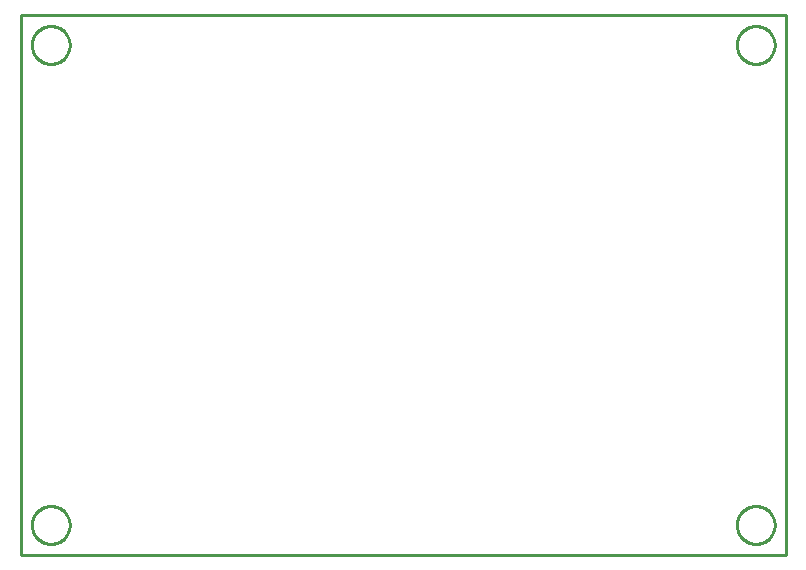
<source format=gbr>
G04 EAGLE Gerber RS-274X export*
G75*
%MOMM*%
%FSLAX34Y34*%
%LPD*%
%IN*%
%IPPOS*%
%AMOC8*
5,1,8,0,0,1.08239X$1,22.5*%
G01*
%ADD10C,0.254000*%


D10*
X0Y-12700D02*
X647702Y-12700D01*
X647702Y444400D01*
X0Y444400D01*
X0Y-12700D01*
X41400Y418576D02*
X41332Y417531D01*
X41195Y416492D01*
X40990Y415465D01*
X40719Y414453D01*
X40383Y413461D01*
X39982Y412493D01*
X39518Y411554D01*
X38995Y410646D01*
X38413Y409775D01*
X37775Y408944D01*
X37084Y408157D01*
X36343Y407416D01*
X35556Y406725D01*
X34725Y406088D01*
X33854Y405506D01*
X32946Y404982D01*
X32007Y404518D01*
X31039Y404117D01*
X30047Y403781D01*
X29035Y403510D01*
X28008Y403305D01*
X26969Y403169D01*
X25924Y403100D01*
X24876Y403100D01*
X23831Y403169D01*
X22792Y403305D01*
X21765Y403510D01*
X20753Y403781D01*
X19761Y404117D01*
X18793Y404518D01*
X17854Y404982D01*
X16946Y405506D01*
X16075Y406088D01*
X15244Y406725D01*
X14457Y407416D01*
X13716Y408157D01*
X13025Y408944D01*
X12388Y409775D01*
X11806Y410646D01*
X11282Y411554D01*
X10818Y412493D01*
X10417Y413461D01*
X10081Y414453D01*
X9810Y415465D01*
X9605Y416492D01*
X9469Y417531D01*
X9400Y418576D01*
X9400Y419624D01*
X9469Y420669D01*
X9605Y421708D01*
X9810Y422735D01*
X10081Y423747D01*
X10417Y424739D01*
X10818Y425707D01*
X11282Y426646D01*
X11806Y427554D01*
X12388Y428425D01*
X13025Y429256D01*
X13716Y430043D01*
X14457Y430784D01*
X15244Y431475D01*
X16075Y432113D01*
X16946Y432695D01*
X17854Y433218D01*
X18793Y433682D01*
X19761Y434083D01*
X20753Y434419D01*
X21765Y434690D01*
X22792Y434895D01*
X23831Y435032D01*
X24876Y435100D01*
X25924Y435100D01*
X26969Y435032D01*
X28008Y434895D01*
X29035Y434690D01*
X30047Y434419D01*
X31039Y434083D01*
X32007Y433682D01*
X32946Y433218D01*
X33854Y432695D01*
X34725Y432113D01*
X35556Y431475D01*
X36343Y430784D01*
X37084Y430043D01*
X37775Y429256D01*
X38413Y428425D01*
X38995Y427554D01*
X39518Y426646D01*
X39982Y425707D01*
X40383Y424739D01*
X40719Y423747D01*
X40990Y422735D01*
X41195Y421708D01*
X41332Y420669D01*
X41400Y419624D01*
X41400Y418576D01*
X638300Y12176D02*
X638232Y11131D01*
X638095Y10092D01*
X637890Y9065D01*
X637619Y8053D01*
X637283Y7061D01*
X636882Y6093D01*
X636418Y5154D01*
X635895Y4246D01*
X635313Y3375D01*
X634675Y2544D01*
X633984Y1757D01*
X633243Y1016D01*
X632456Y325D01*
X631625Y-313D01*
X630754Y-895D01*
X629846Y-1418D01*
X628907Y-1882D01*
X627939Y-2283D01*
X626947Y-2619D01*
X625935Y-2890D01*
X624908Y-3095D01*
X623869Y-3232D01*
X622824Y-3300D01*
X621776Y-3300D01*
X620731Y-3232D01*
X619692Y-3095D01*
X618665Y-2890D01*
X617653Y-2619D01*
X616661Y-2283D01*
X615693Y-1882D01*
X614754Y-1418D01*
X613846Y-895D01*
X612975Y-313D01*
X612144Y325D01*
X611357Y1016D01*
X610616Y1757D01*
X609925Y2544D01*
X609288Y3375D01*
X608706Y4246D01*
X608182Y5154D01*
X607718Y6093D01*
X607317Y7061D01*
X606981Y8053D01*
X606710Y9065D01*
X606505Y10092D01*
X606369Y11131D01*
X606300Y12176D01*
X606300Y13224D01*
X606369Y14269D01*
X606505Y15308D01*
X606710Y16335D01*
X606981Y17347D01*
X607317Y18339D01*
X607718Y19307D01*
X608182Y20246D01*
X608706Y21154D01*
X609288Y22025D01*
X609925Y22856D01*
X610616Y23643D01*
X611357Y24384D01*
X612144Y25075D01*
X612975Y25713D01*
X613846Y26295D01*
X614754Y26818D01*
X615693Y27282D01*
X616661Y27683D01*
X617653Y28019D01*
X618665Y28290D01*
X619692Y28495D01*
X620731Y28632D01*
X621776Y28700D01*
X622824Y28700D01*
X623869Y28632D01*
X624908Y28495D01*
X625935Y28290D01*
X626947Y28019D01*
X627939Y27683D01*
X628907Y27282D01*
X629846Y26818D01*
X630754Y26295D01*
X631625Y25713D01*
X632456Y25075D01*
X633243Y24384D01*
X633984Y23643D01*
X634675Y22856D01*
X635313Y22025D01*
X635895Y21154D01*
X636418Y20246D01*
X636882Y19307D01*
X637283Y18339D01*
X637619Y17347D01*
X637890Y16335D01*
X638095Y15308D01*
X638232Y14269D01*
X638300Y13224D01*
X638300Y12176D01*
X41400Y12176D02*
X41332Y11131D01*
X41195Y10092D01*
X40990Y9065D01*
X40719Y8053D01*
X40383Y7061D01*
X39982Y6093D01*
X39518Y5154D01*
X38995Y4246D01*
X38413Y3375D01*
X37775Y2544D01*
X37084Y1757D01*
X36343Y1016D01*
X35556Y325D01*
X34725Y-313D01*
X33854Y-895D01*
X32946Y-1418D01*
X32007Y-1882D01*
X31039Y-2283D01*
X30047Y-2619D01*
X29035Y-2890D01*
X28008Y-3095D01*
X26969Y-3232D01*
X25924Y-3300D01*
X24876Y-3300D01*
X23831Y-3232D01*
X22792Y-3095D01*
X21765Y-2890D01*
X20753Y-2619D01*
X19761Y-2283D01*
X18793Y-1882D01*
X17854Y-1418D01*
X16946Y-895D01*
X16075Y-313D01*
X15244Y325D01*
X14457Y1016D01*
X13716Y1757D01*
X13025Y2544D01*
X12388Y3375D01*
X11806Y4246D01*
X11282Y5154D01*
X10818Y6093D01*
X10417Y7061D01*
X10081Y8053D01*
X9810Y9065D01*
X9605Y10092D01*
X9469Y11131D01*
X9400Y12176D01*
X9400Y13224D01*
X9469Y14269D01*
X9605Y15308D01*
X9810Y16335D01*
X10081Y17347D01*
X10417Y18339D01*
X10818Y19307D01*
X11282Y20246D01*
X11806Y21154D01*
X12388Y22025D01*
X13025Y22856D01*
X13716Y23643D01*
X14457Y24384D01*
X15244Y25075D01*
X16075Y25713D01*
X16946Y26295D01*
X17854Y26818D01*
X18793Y27282D01*
X19761Y27683D01*
X20753Y28019D01*
X21765Y28290D01*
X22792Y28495D01*
X23831Y28632D01*
X24876Y28700D01*
X25924Y28700D01*
X26969Y28632D01*
X28008Y28495D01*
X29035Y28290D01*
X30047Y28019D01*
X31039Y27683D01*
X32007Y27282D01*
X32946Y26818D01*
X33854Y26295D01*
X34725Y25713D01*
X35556Y25075D01*
X36343Y24384D01*
X37084Y23643D01*
X37775Y22856D01*
X38413Y22025D01*
X38995Y21154D01*
X39518Y20246D01*
X39982Y19307D01*
X40383Y18339D01*
X40719Y17347D01*
X40990Y16335D01*
X41195Y15308D01*
X41332Y14269D01*
X41400Y13224D01*
X41400Y12176D01*
X638300Y418576D02*
X638232Y417531D01*
X638095Y416492D01*
X637890Y415465D01*
X637619Y414453D01*
X637283Y413461D01*
X636882Y412493D01*
X636418Y411554D01*
X635895Y410646D01*
X635313Y409775D01*
X634675Y408944D01*
X633984Y408157D01*
X633243Y407416D01*
X632456Y406725D01*
X631625Y406088D01*
X630754Y405506D01*
X629846Y404982D01*
X628907Y404518D01*
X627939Y404117D01*
X626947Y403781D01*
X625935Y403510D01*
X624908Y403305D01*
X623869Y403169D01*
X622824Y403100D01*
X621776Y403100D01*
X620731Y403169D01*
X619692Y403305D01*
X618665Y403510D01*
X617653Y403781D01*
X616661Y404117D01*
X615693Y404518D01*
X614754Y404982D01*
X613846Y405506D01*
X612975Y406088D01*
X612144Y406725D01*
X611357Y407416D01*
X610616Y408157D01*
X609925Y408944D01*
X609288Y409775D01*
X608706Y410646D01*
X608182Y411554D01*
X607718Y412493D01*
X607317Y413461D01*
X606981Y414453D01*
X606710Y415465D01*
X606505Y416492D01*
X606369Y417531D01*
X606300Y418576D01*
X606300Y419624D01*
X606369Y420669D01*
X606505Y421708D01*
X606710Y422735D01*
X606981Y423747D01*
X607317Y424739D01*
X607718Y425707D01*
X608182Y426646D01*
X608706Y427554D01*
X609288Y428425D01*
X609925Y429256D01*
X610616Y430043D01*
X611357Y430784D01*
X612144Y431475D01*
X612975Y432113D01*
X613846Y432695D01*
X614754Y433218D01*
X615693Y433682D01*
X616661Y434083D01*
X617653Y434419D01*
X618665Y434690D01*
X619692Y434895D01*
X620731Y435032D01*
X621776Y435100D01*
X622824Y435100D01*
X623869Y435032D01*
X624908Y434895D01*
X625935Y434690D01*
X626947Y434419D01*
X627939Y434083D01*
X628907Y433682D01*
X629846Y433218D01*
X630754Y432695D01*
X631625Y432113D01*
X632456Y431475D01*
X633243Y430784D01*
X633984Y430043D01*
X634675Y429256D01*
X635313Y428425D01*
X635895Y427554D01*
X636418Y426646D01*
X636882Y425707D01*
X637283Y424739D01*
X637619Y423747D01*
X637890Y422735D01*
X638095Y421708D01*
X638232Y420669D01*
X638300Y419624D01*
X638300Y418576D01*
M02*

</source>
